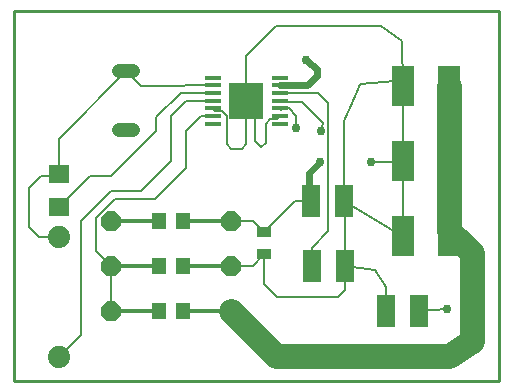
<source format=gbr>
G04 EAGLE Gerber RS-274X export*
G75*
%MOMM*%
%FSLAX34Y34*%
%LPD*%
%INTop Copper*%
%IPPOS*%
%AMOC8*
5,1,8,0,0,1.08239X$1,22.5*%
G01*
%ADD10R,1.600000X2.700000*%
%ADD11R,1.800000X1.600000*%
%ADD12R,1.300000X0.900000*%
%ADD13R,1.900000X3.400000*%
%ADD14C,1.879600*%
%ADD15C,1.208000*%
%ADD16C,0.304800*%
%ADD17P,1.814519X8X22.500000*%
%ADD18R,1.200000X1.400000*%
%ADD19P,1.814519X8X202.500000*%
%ADD20R,1.422400X0.355600*%
%ADD21R,2.997200X3.098800*%
%ADD22C,0.152400*%
%ADD23C,0.756400*%
%ADD24C,0.601000*%
%ADD25C,2.130000*%
%ADD26C,0.170000*%
%ADD27C,0.254000*%


D10*
X251430Y152400D03*
X279430Y152400D03*
X252700Y97790D03*
X280700Y97790D03*
D11*
X38100Y147290D03*
X38100Y175290D03*
D12*
X212090Y107340D03*
X212090Y126340D03*
D10*
X342930Y59690D03*
X314930Y59690D03*
D13*
X368750Y123190D03*
X329750Y123190D03*
X368750Y186690D03*
X329750Y186690D03*
X368750Y250190D03*
X329750Y250190D03*
D14*
X38100Y20320D03*
X38100Y121920D03*
D15*
X89210Y262490D02*
X101290Y262490D01*
X101290Y212490D02*
X89210Y212490D01*
D16*
X88350Y59690D02*
X122350Y59690D01*
X143350Y59690D02*
X184350Y59690D01*
D17*
X82550Y59690D03*
X184150Y59690D03*
D18*
X123096Y59690D03*
X143604Y59690D03*
D16*
X144350Y97790D02*
X178350Y97790D01*
X123350Y97790D02*
X82350Y97790D01*
D19*
X184150Y97790D03*
X82550Y97790D03*
D18*
X143604Y97790D03*
X123096Y97790D03*
D16*
X122350Y135890D02*
X88350Y135890D01*
X143350Y135890D02*
X184350Y135890D01*
D17*
X82550Y135890D03*
X184150Y135890D03*
D18*
X123096Y135890D03*
X143604Y135890D03*
D20*
X168402Y257048D03*
X168402Y250444D03*
X168402Y244094D03*
X168402Y237490D03*
X168402Y230886D03*
X168402Y224536D03*
X168402Y217932D03*
X225298Y217932D03*
X225298Y224536D03*
X225298Y230886D03*
X225298Y237490D03*
X225298Y244094D03*
X225298Y250444D03*
X225298Y257048D03*
D21*
X196850Y237490D03*
D22*
X82550Y88900D02*
X82550Y59690D01*
X82550Y97790D02*
X69850Y110490D01*
X119888Y154178D02*
X146050Y180340D01*
X119888Y154178D02*
X85751Y154178D01*
X69850Y138277D01*
X69850Y110490D01*
X146050Y180340D02*
X146050Y212090D01*
X158750Y224790D01*
X168148Y224790D01*
X168402Y224536D01*
X225298Y244094D02*
X225552Y243840D01*
X257810Y243840D01*
X266418Y235232D02*
X266418Y126718D01*
X266418Y235232D02*
X257810Y243840D01*
X252700Y113000D02*
X252700Y97790D01*
X252700Y113000D02*
X266418Y126718D01*
X168402Y244094D02*
X141224Y244094D01*
X64800Y173990D02*
X38100Y147290D01*
X64800Y173990D02*
X82550Y173990D01*
X120650Y212090D01*
X120650Y223520D01*
X141224Y244094D01*
X95250Y262490D02*
X38100Y205340D01*
X38100Y175290D01*
X38100Y174020D01*
X120650Y250197D02*
X168402Y250444D01*
X120650Y250197D02*
X119380Y250190D01*
X120650Y250197D02*
X107543Y250197D01*
X95250Y262490D01*
X38100Y175290D02*
X36800Y173990D01*
X22860Y173990D01*
X12700Y163830D01*
X12700Y130810D01*
X21590Y121920D01*
X38100Y121920D01*
X225298Y237490D02*
X226568Y236220D01*
X243840Y236220D01*
X261620Y218440D01*
X261620Y218158D01*
D23*
X260350Y212090D03*
D22*
X261620Y218440D01*
X226314Y229870D02*
X225298Y230886D01*
X232664Y230886D01*
X238760Y224790D01*
D23*
X238760Y214630D03*
D22*
X238760Y224790D01*
D23*
X367030Y60960D03*
D22*
X342930Y59690D01*
X168402Y237490D02*
X146050Y237490D01*
X57150Y39370D02*
X38100Y20320D01*
X57150Y39370D02*
X57150Y135890D01*
X82550Y161290D01*
X107950Y161290D01*
X133350Y186690D01*
X133350Y224790D01*
X146050Y237490D01*
X184150Y135890D02*
X202540Y135890D01*
X212090Y126340D01*
X238150Y152400D01*
X251430Y152400D01*
D24*
X248666Y250444D02*
X225298Y250444D01*
X248666Y250444D02*
X256540Y258318D01*
X256540Y264160D02*
X252730Y267970D01*
D22*
X252576Y268124D01*
D24*
X256540Y264160D02*
X256540Y258318D01*
D23*
X259080Y185420D03*
D22*
X248593Y151731D02*
X248593Y151731D01*
D23*
X247650Y271780D03*
D24*
X252730Y267970D01*
X259080Y185420D02*
X250190Y176530D01*
X250190Y153637D01*
D22*
X251430Y152400D01*
D25*
X368750Y186690D02*
X368750Y250190D01*
X368750Y186690D02*
X368750Y127000D01*
D22*
X368750Y123190D01*
D25*
X222250Y21590D02*
X184150Y59690D01*
X222250Y21590D02*
X368459Y21590D01*
D22*
X193040Y50800D02*
X184150Y59690D01*
D25*
X368459Y21590D02*
X388368Y34332D01*
X388368Y108593D01*
X368750Y127000D01*
D26*
X329750Y186690D02*
X329750Y250190D01*
X212090Y107340D02*
X202540Y97790D01*
X184150Y97790D01*
X279430Y152400D02*
X279430Y220243D01*
D22*
X287050Y237490D02*
X287050Y238790D01*
D26*
X196850Y237490D02*
X196850Y275590D01*
X222250Y300990D01*
X311150Y300990D01*
D22*
X170688Y228600D02*
X168402Y230886D01*
X170688Y228600D02*
X176461Y228600D01*
X180340Y224721D01*
X180340Y200660D02*
X184150Y196850D01*
X196850Y200660D02*
X196850Y237490D01*
X180340Y224721D02*
X180340Y200660D01*
X184150Y196850D02*
X193040Y196850D01*
X196850Y200660D01*
X222758Y221996D02*
X225298Y224536D01*
X222758Y221996D02*
X217239Y221996D01*
X213360Y218117D01*
X213360Y201930D01*
X209550Y198120D01*
X204470Y203200D01*
X204470Y233680D01*
D26*
X279430Y152400D02*
X280700Y151130D01*
X280700Y97790D01*
X222910Y71120D02*
X212090Y81940D01*
X212090Y107340D01*
X222910Y71120D02*
X274320Y71120D01*
D22*
X280700Y77500D02*
X280700Y97790D01*
D26*
X280700Y77500D02*
X274320Y71120D01*
X314960Y80010D02*
X314930Y59690D01*
X314960Y80010D02*
X305470Y94246D01*
X280700Y97790D01*
X328535Y123190D02*
X329750Y123190D01*
X328535Y123190D02*
X279430Y152400D01*
X329750Y123190D02*
X329750Y186690D01*
D22*
X279430Y220243D02*
X287050Y237490D01*
X292100Y248920D01*
X293370Y251460D01*
X322580Y254000D01*
X329750Y250190D01*
D26*
X328930Y288290D01*
X311150Y300990D01*
D23*
X302260Y185420D03*
D22*
X329750Y185420D02*
X329750Y186690D01*
D26*
X329750Y185420D02*
X302260Y185420D01*
D27*
X0Y0D02*
X410720Y0D01*
X410720Y313590D01*
X0Y313590D01*
X0Y0D01*
M02*

</source>
